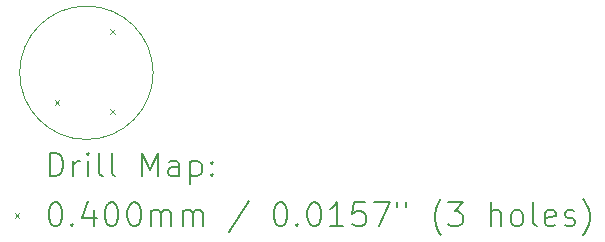
<source format=gbr>
%TF.GenerationSoftware,KiCad,Pcbnew,6.0.10-86aedd382b~118~ubuntu22.04.1*%
%TF.CreationDate,2023-01-17T16:43:02+01:00*%
%TF.ProjectId,IM72D128-PCB,494d3732-4431-4323-982d-5043422e6b69,rev?*%
%TF.SameCoordinates,Original*%
%TF.FileFunction,Drillmap*%
%TF.FilePolarity,Positive*%
%FSLAX45Y45*%
G04 Gerber Fmt 4.5, Leading zero omitted, Abs format (unit mm)*
G04 Created by KiCad (PCBNEW 6.0.10-86aedd382b~118~ubuntu22.04.1) date 2023-01-17 16:43:02*
%MOMM*%
%LPD*%
G01*
G04 APERTURE LIST*
%ADD10C,0.050000*%
%ADD11C,0.200000*%
%ADD12C,0.040000*%
G04 APERTURE END LIST*
D10*
X10565000Y-10000000D02*
G75*
G03*
X10565000Y-10000000I-565000J0D01*
G01*
D11*
D12*
X9731822Y-10229408D02*
X9771822Y-10269408D01*
X9771822Y-10229408D02*
X9731822Y-10269408D01*
X10200000Y-9630000D02*
X10240000Y-9670000D01*
X10240000Y-9630000D02*
X10200000Y-9670000D01*
X10200000Y-10310000D02*
X10240000Y-10350000D01*
X10240000Y-10310000D02*
X10200000Y-10350000D01*
D11*
X9690119Y-10877976D02*
X9690119Y-10677976D01*
X9737738Y-10677976D01*
X9766310Y-10687500D01*
X9785357Y-10706548D01*
X9794881Y-10725595D01*
X9804405Y-10763690D01*
X9804405Y-10792262D01*
X9794881Y-10830357D01*
X9785357Y-10849405D01*
X9766310Y-10868452D01*
X9737738Y-10877976D01*
X9690119Y-10877976D01*
X9890119Y-10877976D02*
X9890119Y-10744643D01*
X9890119Y-10782738D02*
X9899643Y-10763690D01*
X9909167Y-10754167D01*
X9928214Y-10744643D01*
X9947262Y-10744643D01*
X10013929Y-10877976D02*
X10013929Y-10744643D01*
X10013929Y-10677976D02*
X10004405Y-10687500D01*
X10013929Y-10697024D01*
X10023452Y-10687500D01*
X10013929Y-10677976D01*
X10013929Y-10697024D01*
X10137738Y-10877976D02*
X10118690Y-10868452D01*
X10109167Y-10849405D01*
X10109167Y-10677976D01*
X10242500Y-10877976D02*
X10223452Y-10868452D01*
X10213929Y-10849405D01*
X10213929Y-10677976D01*
X10471071Y-10877976D02*
X10471071Y-10677976D01*
X10537738Y-10820833D01*
X10604405Y-10677976D01*
X10604405Y-10877976D01*
X10785357Y-10877976D02*
X10785357Y-10773214D01*
X10775833Y-10754167D01*
X10756786Y-10744643D01*
X10718690Y-10744643D01*
X10699643Y-10754167D01*
X10785357Y-10868452D02*
X10766310Y-10877976D01*
X10718690Y-10877976D01*
X10699643Y-10868452D01*
X10690119Y-10849405D01*
X10690119Y-10830357D01*
X10699643Y-10811310D01*
X10718690Y-10801786D01*
X10766310Y-10801786D01*
X10785357Y-10792262D01*
X10880595Y-10744643D02*
X10880595Y-10944643D01*
X10880595Y-10754167D02*
X10899643Y-10744643D01*
X10937738Y-10744643D01*
X10956786Y-10754167D01*
X10966310Y-10763690D01*
X10975833Y-10782738D01*
X10975833Y-10839881D01*
X10966310Y-10858929D01*
X10956786Y-10868452D01*
X10937738Y-10877976D01*
X10899643Y-10877976D01*
X10880595Y-10868452D01*
X11061548Y-10858929D02*
X11071071Y-10868452D01*
X11061548Y-10877976D01*
X11052024Y-10868452D01*
X11061548Y-10858929D01*
X11061548Y-10877976D01*
X11061548Y-10754167D02*
X11071071Y-10763690D01*
X11061548Y-10773214D01*
X11052024Y-10763690D01*
X11061548Y-10754167D01*
X11061548Y-10773214D01*
D12*
X9392500Y-11187500D02*
X9432500Y-11227500D01*
X9432500Y-11187500D02*
X9392500Y-11227500D01*
D11*
X9728214Y-11097976D02*
X9747262Y-11097976D01*
X9766310Y-11107500D01*
X9775833Y-11117024D01*
X9785357Y-11136071D01*
X9794881Y-11174167D01*
X9794881Y-11221786D01*
X9785357Y-11259881D01*
X9775833Y-11278928D01*
X9766310Y-11288452D01*
X9747262Y-11297976D01*
X9728214Y-11297976D01*
X9709167Y-11288452D01*
X9699643Y-11278928D01*
X9690119Y-11259881D01*
X9680595Y-11221786D01*
X9680595Y-11174167D01*
X9690119Y-11136071D01*
X9699643Y-11117024D01*
X9709167Y-11107500D01*
X9728214Y-11097976D01*
X9880595Y-11278928D02*
X9890119Y-11288452D01*
X9880595Y-11297976D01*
X9871071Y-11288452D01*
X9880595Y-11278928D01*
X9880595Y-11297976D01*
X10061548Y-11164643D02*
X10061548Y-11297976D01*
X10013929Y-11088452D02*
X9966310Y-11231309D01*
X10090119Y-11231309D01*
X10204405Y-11097976D02*
X10223452Y-11097976D01*
X10242500Y-11107500D01*
X10252024Y-11117024D01*
X10261548Y-11136071D01*
X10271071Y-11174167D01*
X10271071Y-11221786D01*
X10261548Y-11259881D01*
X10252024Y-11278928D01*
X10242500Y-11288452D01*
X10223452Y-11297976D01*
X10204405Y-11297976D01*
X10185357Y-11288452D01*
X10175833Y-11278928D01*
X10166310Y-11259881D01*
X10156786Y-11221786D01*
X10156786Y-11174167D01*
X10166310Y-11136071D01*
X10175833Y-11117024D01*
X10185357Y-11107500D01*
X10204405Y-11097976D01*
X10394881Y-11097976D02*
X10413929Y-11097976D01*
X10432976Y-11107500D01*
X10442500Y-11117024D01*
X10452024Y-11136071D01*
X10461548Y-11174167D01*
X10461548Y-11221786D01*
X10452024Y-11259881D01*
X10442500Y-11278928D01*
X10432976Y-11288452D01*
X10413929Y-11297976D01*
X10394881Y-11297976D01*
X10375833Y-11288452D01*
X10366310Y-11278928D01*
X10356786Y-11259881D01*
X10347262Y-11221786D01*
X10347262Y-11174167D01*
X10356786Y-11136071D01*
X10366310Y-11117024D01*
X10375833Y-11107500D01*
X10394881Y-11097976D01*
X10547262Y-11297976D02*
X10547262Y-11164643D01*
X10547262Y-11183690D02*
X10556786Y-11174167D01*
X10575833Y-11164643D01*
X10604405Y-11164643D01*
X10623452Y-11174167D01*
X10632976Y-11193214D01*
X10632976Y-11297976D01*
X10632976Y-11193214D02*
X10642500Y-11174167D01*
X10661548Y-11164643D01*
X10690119Y-11164643D01*
X10709167Y-11174167D01*
X10718690Y-11193214D01*
X10718690Y-11297976D01*
X10813929Y-11297976D02*
X10813929Y-11164643D01*
X10813929Y-11183690D02*
X10823452Y-11174167D01*
X10842500Y-11164643D01*
X10871071Y-11164643D01*
X10890119Y-11174167D01*
X10899643Y-11193214D01*
X10899643Y-11297976D01*
X10899643Y-11193214D02*
X10909167Y-11174167D01*
X10928214Y-11164643D01*
X10956786Y-11164643D01*
X10975833Y-11174167D01*
X10985357Y-11193214D01*
X10985357Y-11297976D01*
X11375833Y-11088452D02*
X11204405Y-11345595D01*
X11632976Y-11097976D02*
X11652024Y-11097976D01*
X11671071Y-11107500D01*
X11680595Y-11117024D01*
X11690119Y-11136071D01*
X11699643Y-11174167D01*
X11699643Y-11221786D01*
X11690119Y-11259881D01*
X11680595Y-11278928D01*
X11671071Y-11288452D01*
X11652024Y-11297976D01*
X11632976Y-11297976D01*
X11613928Y-11288452D01*
X11604405Y-11278928D01*
X11594881Y-11259881D01*
X11585357Y-11221786D01*
X11585357Y-11174167D01*
X11594881Y-11136071D01*
X11604405Y-11117024D01*
X11613928Y-11107500D01*
X11632976Y-11097976D01*
X11785357Y-11278928D02*
X11794881Y-11288452D01*
X11785357Y-11297976D01*
X11775833Y-11288452D01*
X11785357Y-11278928D01*
X11785357Y-11297976D01*
X11918690Y-11097976D02*
X11937738Y-11097976D01*
X11956786Y-11107500D01*
X11966309Y-11117024D01*
X11975833Y-11136071D01*
X11985357Y-11174167D01*
X11985357Y-11221786D01*
X11975833Y-11259881D01*
X11966309Y-11278928D01*
X11956786Y-11288452D01*
X11937738Y-11297976D01*
X11918690Y-11297976D01*
X11899643Y-11288452D01*
X11890119Y-11278928D01*
X11880595Y-11259881D01*
X11871071Y-11221786D01*
X11871071Y-11174167D01*
X11880595Y-11136071D01*
X11890119Y-11117024D01*
X11899643Y-11107500D01*
X11918690Y-11097976D01*
X12175833Y-11297976D02*
X12061548Y-11297976D01*
X12118690Y-11297976D02*
X12118690Y-11097976D01*
X12099643Y-11126548D01*
X12080595Y-11145595D01*
X12061548Y-11155119D01*
X12356786Y-11097976D02*
X12261548Y-11097976D01*
X12252024Y-11193214D01*
X12261548Y-11183690D01*
X12280595Y-11174167D01*
X12328214Y-11174167D01*
X12347262Y-11183690D01*
X12356786Y-11193214D01*
X12366309Y-11212262D01*
X12366309Y-11259881D01*
X12356786Y-11278928D01*
X12347262Y-11288452D01*
X12328214Y-11297976D01*
X12280595Y-11297976D01*
X12261548Y-11288452D01*
X12252024Y-11278928D01*
X12432976Y-11097976D02*
X12566309Y-11097976D01*
X12480595Y-11297976D01*
X12632976Y-11097976D02*
X12632976Y-11136071D01*
X12709167Y-11097976D02*
X12709167Y-11136071D01*
X13004405Y-11374167D02*
X12994881Y-11364643D01*
X12975833Y-11336071D01*
X12966309Y-11317024D01*
X12956786Y-11288452D01*
X12947262Y-11240833D01*
X12947262Y-11202738D01*
X12956786Y-11155119D01*
X12966309Y-11126548D01*
X12975833Y-11107500D01*
X12994881Y-11078929D01*
X13004405Y-11069405D01*
X13061548Y-11097976D02*
X13185357Y-11097976D01*
X13118690Y-11174167D01*
X13147262Y-11174167D01*
X13166309Y-11183690D01*
X13175833Y-11193214D01*
X13185357Y-11212262D01*
X13185357Y-11259881D01*
X13175833Y-11278928D01*
X13166309Y-11288452D01*
X13147262Y-11297976D01*
X13090119Y-11297976D01*
X13071071Y-11288452D01*
X13061548Y-11278928D01*
X13423452Y-11297976D02*
X13423452Y-11097976D01*
X13509167Y-11297976D02*
X13509167Y-11193214D01*
X13499643Y-11174167D01*
X13480595Y-11164643D01*
X13452024Y-11164643D01*
X13432976Y-11174167D01*
X13423452Y-11183690D01*
X13632976Y-11297976D02*
X13613928Y-11288452D01*
X13604405Y-11278928D01*
X13594881Y-11259881D01*
X13594881Y-11202738D01*
X13604405Y-11183690D01*
X13613928Y-11174167D01*
X13632976Y-11164643D01*
X13661548Y-11164643D01*
X13680595Y-11174167D01*
X13690119Y-11183690D01*
X13699643Y-11202738D01*
X13699643Y-11259881D01*
X13690119Y-11278928D01*
X13680595Y-11288452D01*
X13661548Y-11297976D01*
X13632976Y-11297976D01*
X13813928Y-11297976D02*
X13794881Y-11288452D01*
X13785357Y-11269405D01*
X13785357Y-11097976D01*
X13966309Y-11288452D02*
X13947262Y-11297976D01*
X13909167Y-11297976D01*
X13890119Y-11288452D01*
X13880595Y-11269405D01*
X13880595Y-11193214D01*
X13890119Y-11174167D01*
X13909167Y-11164643D01*
X13947262Y-11164643D01*
X13966309Y-11174167D01*
X13975833Y-11193214D01*
X13975833Y-11212262D01*
X13880595Y-11231309D01*
X14052024Y-11288452D02*
X14071071Y-11297976D01*
X14109167Y-11297976D01*
X14128214Y-11288452D01*
X14137738Y-11269405D01*
X14137738Y-11259881D01*
X14128214Y-11240833D01*
X14109167Y-11231309D01*
X14080595Y-11231309D01*
X14061548Y-11221786D01*
X14052024Y-11202738D01*
X14052024Y-11193214D01*
X14061548Y-11174167D01*
X14080595Y-11164643D01*
X14109167Y-11164643D01*
X14128214Y-11174167D01*
X14204405Y-11374167D02*
X14213928Y-11364643D01*
X14232976Y-11336071D01*
X14242500Y-11317024D01*
X14252024Y-11288452D01*
X14261548Y-11240833D01*
X14261548Y-11202738D01*
X14252024Y-11155119D01*
X14242500Y-11126548D01*
X14232976Y-11107500D01*
X14213928Y-11078929D01*
X14204405Y-11069405D01*
M02*

</source>
